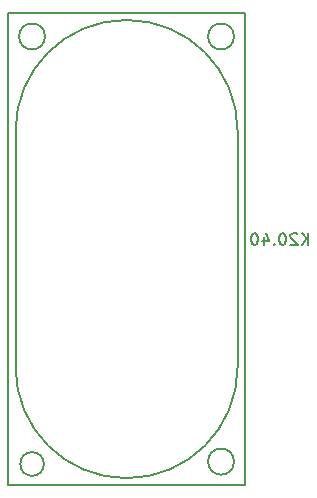
<source format=gbr>
G04 #@! TF.GenerationSoftware,KiCad,Pcbnew,(5.0.1-3-g963ef8bb5)*
G04 #@! TF.CreationDate,2019-04-15T21:42:43+02:00*
G04 #@! TF.ProjectId,kicad_top_pcb,6B696361645F746F705F7063622E6B69,rev?*
G04 #@! TF.SameCoordinates,Original*
G04 #@! TF.FileFunction,Legend,Bot*
G04 #@! TF.FilePolarity,Positive*
%FSLAX46Y46*%
G04 Gerber Fmt 4.6, Leading zero omitted, Abs format (unit mm)*
G04 Created by KiCad (PCBNEW (5.0.1-3-g963ef8bb5)) date 2019 April 15, Monday 21:42:43*
%MOMM*%
%LPD*%
G01*
G04 APERTURE LIST*
%ADD10C,0.150000*%
G04 APERTURE END LIST*
D10*
G04 #@! TO.C,K20.40*
X133350000Y-51000000D02*
G75*
G02X142750000Y-60400000I0J-9400000D01*
G01*
X123950000Y-60400000D02*
G75*
G02X133350000Y-51000000I9400000J0D01*
G01*
X142750000Y-80400000D02*
G75*
G02X133350000Y-89800000I-9400000J0D01*
G01*
X133350000Y-89800000D02*
G75*
G02X123950000Y-80400000I0J9400000D01*
G01*
X142750000Y-80400000D02*
X142750000Y-60400000D01*
X123950000Y-80400000D02*
X123950000Y-60400000D01*
X142450000Y-52400000D02*
G75*
G03X142450000Y-52400000I-1100000J0D01*
G01*
X126450000Y-52400000D02*
G75*
G03X126450000Y-52400000I-1100000J0D01*
G01*
X142450000Y-88400000D02*
G75*
G03X142450000Y-88400000I-1100000J0D01*
G01*
X126350000Y-88600000D02*
G75*
G03X126350000Y-88600000I-1000000J0D01*
G01*
X143350000Y-90400000D02*
X123350000Y-90400000D01*
X123350000Y-50400000D02*
X143350000Y-50400000D01*
X123350000Y-50400000D02*
X123350000Y-90400000D01*
X143350000Y-50400000D02*
X143350000Y-90400000D01*
X148754761Y-70052380D02*
X148754761Y-69052380D01*
X148183333Y-70052380D02*
X148611904Y-69480952D01*
X148183333Y-69052380D02*
X148754761Y-69623809D01*
X147802380Y-69147619D02*
X147754761Y-69100000D01*
X147659523Y-69052380D01*
X147421428Y-69052380D01*
X147326190Y-69100000D01*
X147278571Y-69147619D01*
X147230952Y-69242857D01*
X147230952Y-69338095D01*
X147278571Y-69480952D01*
X147850000Y-70052380D01*
X147230952Y-70052380D01*
X146611904Y-69052380D02*
X146516666Y-69052380D01*
X146421428Y-69100000D01*
X146373809Y-69147619D01*
X146326190Y-69242857D01*
X146278571Y-69433333D01*
X146278571Y-69671428D01*
X146326190Y-69861904D01*
X146373809Y-69957142D01*
X146421428Y-70004761D01*
X146516666Y-70052380D01*
X146611904Y-70052380D01*
X146707142Y-70004761D01*
X146754761Y-69957142D01*
X146802380Y-69861904D01*
X146850000Y-69671428D01*
X146850000Y-69433333D01*
X146802380Y-69242857D01*
X146754761Y-69147619D01*
X146707142Y-69100000D01*
X146611904Y-69052380D01*
X145850000Y-69957142D02*
X145802380Y-70004761D01*
X145850000Y-70052380D01*
X145897619Y-70004761D01*
X145850000Y-69957142D01*
X145850000Y-70052380D01*
X144945238Y-69385714D02*
X144945238Y-70052380D01*
X145183333Y-69004761D02*
X145421428Y-69719047D01*
X144802380Y-69719047D01*
X144230952Y-69052380D02*
X144135714Y-69052380D01*
X144040476Y-69100000D01*
X143992857Y-69147619D01*
X143945238Y-69242857D01*
X143897619Y-69433333D01*
X143897619Y-69671428D01*
X143945238Y-69861904D01*
X143992857Y-69957142D01*
X144040476Y-70004761D01*
X144135714Y-70052380D01*
X144230952Y-70052380D01*
X144326190Y-70004761D01*
X144373809Y-69957142D01*
X144421428Y-69861904D01*
X144469047Y-69671428D01*
X144469047Y-69433333D01*
X144421428Y-69242857D01*
X144373809Y-69147619D01*
X144326190Y-69100000D01*
X144230952Y-69052380D01*
G04 #@! TD*
M02*

</source>
